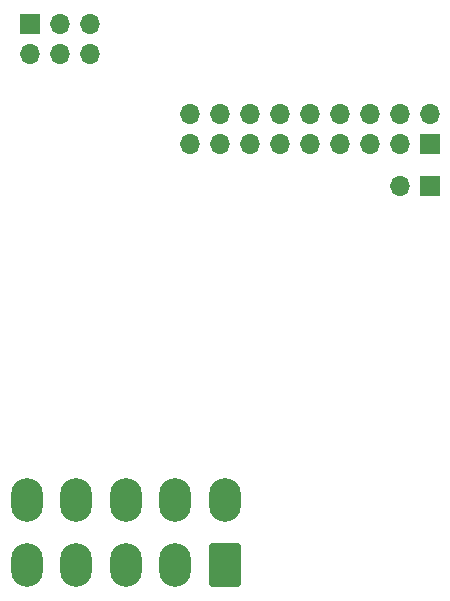
<source format=gbr>
G04 #@! TF.GenerationSoftware,KiCad,Pcbnew,9.0.0-rc2-6-ga1fa0bdb0b*
G04 #@! TF.CreationDate,2025-01-23T13:26:01+02:00*
G04 #@! TF.ProjectId,bk_can_bus_extension_v2,626b5f63-616e-45f6-9275-735f65787465,Rev 4*
G04 #@! TF.SameCoordinates,Original*
G04 #@! TF.FileFunction,Soldermask,Bot*
G04 #@! TF.FilePolarity,Negative*
%FSLAX46Y46*%
G04 Gerber Fmt 4.6, Leading zero omitted, Abs format (unit mm)*
G04 Created by KiCad (PCBNEW 9.0.0-rc2-6-ga1fa0bdb0b) date 2025-01-23 13:26:01*
%MOMM*%
%LPD*%
G01*
G04 APERTURE LIST*
G04 Aperture macros list*
%AMRoundRect*
0 Rectangle with rounded corners*
0 $1 Rounding radius*
0 $2 $3 $4 $5 $6 $7 $8 $9 X,Y pos of 4 corners*
0 Add a 4 corners polygon primitive as box body*
4,1,4,$2,$3,$4,$5,$6,$7,$8,$9,$2,$3,0*
0 Add four circle primitives for the rounded corners*
1,1,$1+$1,$2,$3*
1,1,$1+$1,$4,$5*
1,1,$1+$1,$6,$7*
1,1,$1+$1,$8,$9*
0 Add four rect primitives between the rounded corners*
20,1,$1+$1,$2,$3,$4,$5,0*
20,1,$1+$1,$4,$5,$6,$7,0*
20,1,$1+$1,$6,$7,$8,$9,0*
20,1,$1+$1,$8,$9,$2,$3,0*%
G04 Aperture macros list end*
%ADD10R,1.700000X1.700000*%
%ADD11O,1.700000X1.700000*%
%ADD12RoundRect,0.250001X1.099999X1.599999X-1.099999X1.599999X-1.099999X-1.599999X1.099999X-1.599999X0*%
%ADD13O,2.700000X3.700000*%
G04 APERTURE END LIST*
D10*
G04 #@! TO.C,J1*
X189255000Y-93393000D03*
D11*
X189255000Y-90853000D03*
X186715000Y-93393000D03*
X186715000Y-90853000D03*
X184175000Y-93393000D03*
X184175000Y-90853000D03*
X181635000Y-93393000D03*
X181635000Y-90853000D03*
X179095000Y-93393000D03*
X179095000Y-90853000D03*
X176555000Y-93393000D03*
X176555000Y-90853000D03*
X174015000Y-93393000D03*
X174015000Y-90853000D03*
X171475000Y-93393000D03*
X171475000Y-90853000D03*
X168935000Y-93393000D03*
X168935000Y-90853000D03*
G04 #@! TD*
D10*
G04 #@! TO.C,J2*
X189255000Y-96899000D03*
D11*
X186715000Y-96899000D03*
G04 #@! TD*
D12*
G04 #@! TO.C,J3*
X171925000Y-129000000D03*
D13*
X167725000Y-129000000D03*
X163525000Y-129000000D03*
X159325000Y-129000000D03*
X155125000Y-129000000D03*
X171925000Y-123500000D03*
X167725000Y-123500000D03*
X163525000Y-123500000D03*
X159325000Y-123500000D03*
X155125000Y-123500000D03*
G04 #@! TD*
D10*
G04 #@! TO.C,J4*
X155425000Y-83225000D03*
D11*
X155425000Y-85765000D03*
X157965000Y-83225000D03*
X157965000Y-85765000D03*
X160505000Y-83225000D03*
X160505000Y-85765000D03*
G04 #@! TD*
M02*

</source>
